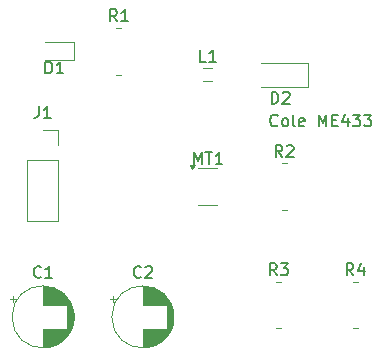
<source format=gbr>
%TF.GenerationSoftware,KiCad,Pcbnew,9.0.1*%
%TF.CreationDate,2025-05-31T16:56:00-05:00*%
%TF.ProjectId,ME 433 HW15 V1,4d452034-3333-4204-9857-31352056312e,rev?*%
%TF.SameCoordinates,Original*%
%TF.FileFunction,Legend,Top*%
%TF.FilePolarity,Positive*%
%FSLAX46Y46*%
G04 Gerber Fmt 4.6, Leading zero omitted, Abs format (unit mm)*
G04 Created by KiCad (PCBNEW 9.0.1) date 2025-05-31 16:56:00*
%MOMM*%
%LPD*%
G01*
G04 APERTURE LIST*
%ADD10C,0.150000*%
%ADD11C,0.120000*%
G04 APERTURE END LIST*
D10*
X125908207Y-68274580D02*
X125860588Y-68322200D01*
X125860588Y-68322200D02*
X125717731Y-68369819D01*
X125717731Y-68369819D02*
X125622493Y-68369819D01*
X125622493Y-68369819D02*
X125479636Y-68322200D01*
X125479636Y-68322200D02*
X125384398Y-68226961D01*
X125384398Y-68226961D02*
X125336779Y-68131723D01*
X125336779Y-68131723D02*
X125289160Y-67941247D01*
X125289160Y-67941247D02*
X125289160Y-67798390D01*
X125289160Y-67798390D02*
X125336779Y-67607914D01*
X125336779Y-67607914D02*
X125384398Y-67512676D01*
X125384398Y-67512676D02*
X125479636Y-67417438D01*
X125479636Y-67417438D02*
X125622493Y-67369819D01*
X125622493Y-67369819D02*
X125717731Y-67369819D01*
X125717731Y-67369819D02*
X125860588Y-67417438D01*
X125860588Y-67417438D02*
X125908207Y-67465057D01*
X126479636Y-68369819D02*
X126384398Y-68322200D01*
X126384398Y-68322200D02*
X126336779Y-68274580D01*
X126336779Y-68274580D02*
X126289160Y-68179342D01*
X126289160Y-68179342D02*
X126289160Y-67893628D01*
X126289160Y-67893628D02*
X126336779Y-67798390D01*
X126336779Y-67798390D02*
X126384398Y-67750771D01*
X126384398Y-67750771D02*
X126479636Y-67703152D01*
X126479636Y-67703152D02*
X126622493Y-67703152D01*
X126622493Y-67703152D02*
X126717731Y-67750771D01*
X126717731Y-67750771D02*
X126765350Y-67798390D01*
X126765350Y-67798390D02*
X126812969Y-67893628D01*
X126812969Y-67893628D02*
X126812969Y-68179342D01*
X126812969Y-68179342D02*
X126765350Y-68274580D01*
X126765350Y-68274580D02*
X126717731Y-68322200D01*
X126717731Y-68322200D02*
X126622493Y-68369819D01*
X126622493Y-68369819D02*
X126479636Y-68369819D01*
X127384398Y-68369819D02*
X127289160Y-68322200D01*
X127289160Y-68322200D02*
X127241541Y-68226961D01*
X127241541Y-68226961D02*
X127241541Y-67369819D01*
X128146303Y-68322200D02*
X128051065Y-68369819D01*
X128051065Y-68369819D02*
X127860589Y-68369819D01*
X127860589Y-68369819D02*
X127765351Y-68322200D01*
X127765351Y-68322200D02*
X127717732Y-68226961D01*
X127717732Y-68226961D02*
X127717732Y-67846009D01*
X127717732Y-67846009D02*
X127765351Y-67750771D01*
X127765351Y-67750771D02*
X127860589Y-67703152D01*
X127860589Y-67703152D02*
X128051065Y-67703152D01*
X128051065Y-67703152D02*
X128146303Y-67750771D01*
X128146303Y-67750771D02*
X128193922Y-67846009D01*
X128193922Y-67846009D02*
X128193922Y-67941247D01*
X128193922Y-67941247D02*
X127717732Y-68036485D01*
X129384399Y-68369819D02*
X129384399Y-67369819D01*
X129384399Y-67369819D02*
X129717732Y-68084104D01*
X129717732Y-68084104D02*
X130051065Y-67369819D01*
X130051065Y-67369819D02*
X130051065Y-68369819D01*
X130527256Y-67846009D02*
X130860589Y-67846009D01*
X131003446Y-68369819D02*
X130527256Y-68369819D01*
X130527256Y-68369819D02*
X130527256Y-67369819D01*
X130527256Y-67369819D02*
X131003446Y-67369819D01*
X131860589Y-67703152D02*
X131860589Y-68369819D01*
X131622494Y-67322200D02*
X131384399Y-68036485D01*
X131384399Y-68036485D02*
X132003446Y-68036485D01*
X132289161Y-67369819D02*
X132908208Y-67369819D01*
X132908208Y-67369819D02*
X132574875Y-67750771D01*
X132574875Y-67750771D02*
X132717732Y-67750771D01*
X132717732Y-67750771D02*
X132812970Y-67798390D01*
X132812970Y-67798390D02*
X132860589Y-67846009D01*
X132860589Y-67846009D02*
X132908208Y-67941247D01*
X132908208Y-67941247D02*
X132908208Y-68179342D01*
X132908208Y-68179342D02*
X132860589Y-68274580D01*
X132860589Y-68274580D02*
X132812970Y-68322200D01*
X132812970Y-68322200D02*
X132717732Y-68369819D01*
X132717732Y-68369819D02*
X132432018Y-68369819D01*
X132432018Y-68369819D02*
X132336780Y-68322200D01*
X132336780Y-68322200D02*
X132289161Y-68274580D01*
X133241542Y-67369819D02*
X133860589Y-67369819D01*
X133860589Y-67369819D02*
X133527256Y-67750771D01*
X133527256Y-67750771D02*
X133670113Y-67750771D01*
X133670113Y-67750771D02*
X133765351Y-67798390D01*
X133765351Y-67798390D02*
X133812970Y-67846009D01*
X133812970Y-67846009D02*
X133860589Y-67941247D01*
X133860589Y-67941247D02*
X133860589Y-68179342D01*
X133860589Y-68179342D02*
X133812970Y-68274580D01*
X133812970Y-68274580D02*
X133765351Y-68322200D01*
X133765351Y-68322200D02*
X133670113Y-68369819D01*
X133670113Y-68369819D02*
X133384399Y-68369819D01*
X133384399Y-68369819D02*
X133289161Y-68322200D01*
X133289161Y-68322200D02*
X133241542Y-68274580D01*
X106261905Y-63884819D02*
X106261905Y-62884819D01*
X106261905Y-62884819D02*
X106500000Y-62884819D01*
X106500000Y-62884819D02*
X106642857Y-62932438D01*
X106642857Y-62932438D02*
X106738095Y-63027676D01*
X106738095Y-63027676D02*
X106785714Y-63122914D01*
X106785714Y-63122914D02*
X106833333Y-63313390D01*
X106833333Y-63313390D02*
X106833333Y-63456247D01*
X106833333Y-63456247D02*
X106785714Y-63646723D01*
X106785714Y-63646723D02*
X106738095Y-63741961D01*
X106738095Y-63741961D02*
X106642857Y-63837200D01*
X106642857Y-63837200D02*
X106500000Y-63884819D01*
X106500000Y-63884819D02*
X106261905Y-63884819D01*
X107785714Y-63884819D02*
X107214286Y-63884819D01*
X107500000Y-63884819D02*
X107500000Y-62884819D01*
X107500000Y-62884819D02*
X107404762Y-63027676D01*
X107404762Y-63027676D02*
X107309524Y-63122914D01*
X107309524Y-63122914D02*
X107214286Y-63170533D01*
X112308333Y-59474819D02*
X111975000Y-58998628D01*
X111736905Y-59474819D02*
X111736905Y-58474819D01*
X111736905Y-58474819D02*
X112117857Y-58474819D01*
X112117857Y-58474819D02*
X112213095Y-58522438D01*
X112213095Y-58522438D02*
X112260714Y-58570057D01*
X112260714Y-58570057D02*
X112308333Y-58665295D01*
X112308333Y-58665295D02*
X112308333Y-58808152D01*
X112308333Y-58808152D02*
X112260714Y-58903390D01*
X112260714Y-58903390D02*
X112213095Y-58951009D01*
X112213095Y-58951009D02*
X112117857Y-58998628D01*
X112117857Y-58998628D02*
X111736905Y-58998628D01*
X113260714Y-59474819D02*
X112689286Y-59474819D01*
X112975000Y-59474819D02*
X112975000Y-58474819D01*
X112975000Y-58474819D02*
X112879762Y-58617676D01*
X112879762Y-58617676D02*
X112784524Y-58712914D01*
X112784524Y-58712914D02*
X112689286Y-58760533D01*
X132333333Y-80974819D02*
X132000000Y-80498628D01*
X131761905Y-80974819D02*
X131761905Y-79974819D01*
X131761905Y-79974819D02*
X132142857Y-79974819D01*
X132142857Y-79974819D02*
X132238095Y-80022438D01*
X132238095Y-80022438D02*
X132285714Y-80070057D01*
X132285714Y-80070057D02*
X132333333Y-80165295D01*
X132333333Y-80165295D02*
X132333333Y-80308152D01*
X132333333Y-80308152D02*
X132285714Y-80403390D01*
X132285714Y-80403390D02*
X132238095Y-80451009D01*
X132238095Y-80451009D02*
X132142857Y-80498628D01*
X132142857Y-80498628D02*
X131761905Y-80498628D01*
X133190476Y-80308152D02*
X133190476Y-80974819D01*
X132952381Y-79927200D02*
X132714286Y-80641485D01*
X132714286Y-80641485D02*
X133333333Y-80641485D01*
X125833333Y-80974819D02*
X125500000Y-80498628D01*
X125261905Y-80974819D02*
X125261905Y-79974819D01*
X125261905Y-79974819D02*
X125642857Y-79974819D01*
X125642857Y-79974819D02*
X125738095Y-80022438D01*
X125738095Y-80022438D02*
X125785714Y-80070057D01*
X125785714Y-80070057D02*
X125833333Y-80165295D01*
X125833333Y-80165295D02*
X125833333Y-80308152D01*
X125833333Y-80308152D02*
X125785714Y-80403390D01*
X125785714Y-80403390D02*
X125738095Y-80451009D01*
X125738095Y-80451009D02*
X125642857Y-80498628D01*
X125642857Y-80498628D02*
X125261905Y-80498628D01*
X126166667Y-79974819D02*
X126785714Y-79974819D01*
X126785714Y-79974819D02*
X126452381Y-80355771D01*
X126452381Y-80355771D02*
X126595238Y-80355771D01*
X126595238Y-80355771D02*
X126690476Y-80403390D01*
X126690476Y-80403390D02*
X126738095Y-80451009D01*
X126738095Y-80451009D02*
X126785714Y-80546247D01*
X126785714Y-80546247D02*
X126785714Y-80784342D01*
X126785714Y-80784342D02*
X126738095Y-80879580D01*
X126738095Y-80879580D02*
X126690476Y-80927200D01*
X126690476Y-80927200D02*
X126595238Y-80974819D01*
X126595238Y-80974819D02*
X126309524Y-80974819D01*
X126309524Y-80974819D02*
X126214286Y-80927200D01*
X126214286Y-80927200D02*
X126166667Y-80879580D01*
X126308333Y-70974819D02*
X125975000Y-70498628D01*
X125736905Y-70974819D02*
X125736905Y-69974819D01*
X125736905Y-69974819D02*
X126117857Y-69974819D01*
X126117857Y-69974819D02*
X126213095Y-70022438D01*
X126213095Y-70022438D02*
X126260714Y-70070057D01*
X126260714Y-70070057D02*
X126308333Y-70165295D01*
X126308333Y-70165295D02*
X126308333Y-70308152D01*
X126308333Y-70308152D02*
X126260714Y-70403390D01*
X126260714Y-70403390D02*
X126213095Y-70451009D01*
X126213095Y-70451009D02*
X126117857Y-70498628D01*
X126117857Y-70498628D02*
X125736905Y-70498628D01*
X126689286Y-70070057D02*
X126736905Y-70022438D01*
X126736905Y-70022438D02*
X126832143Y-69974819D01*
X126832143Y-69974819D02*
X127070238Y-69974819D01*
X127070238Y-69974819D02*
X127165476Y-70022438D01*
X127165476Y-70022438D02*
X127213095Y-70070057D01*
X127213095Y-70070057D02*
X127260714Y-70165295D01*
X127260714Y-70165295D02*
X127260714Y-70260533D01*
X127260714Y-70260533D02*
X127213095Y-70403390D01*
X127213095Y-70403390D02*
X126641667Y-70974819D01*
X126641667Y-70974819D02*
X127260714Y-70974819D01*
X118809524Y-71554819D02*
X118809524Y-70554819D01*
X118809524Y-70554819D02*
X119142857Y-71269104D01*
X119142857Y-71269104D02*
X119476190Y-70554819D01*
X119476190Y-70554819D02*
X119476190Y-71554819D01*
X119809524Y-70554819D02*
X120380952Y-70554819D01*
X120095238Y-71554819D02*
X120095238Y-70554819D01*
X121238095Y-71554819D02*
X120666667Y-71554819D01*
X120952381Y-71554819D02*
X120952381Y-70554819D01*
X120952381Y-70554819D02*
X120857143Y-70697676D01*
X120857143Y-70697676D02*
X120761905Y-70792914D01*
X120761905Y-70792914D02*
X120666667Y-70840533D01*
X119833333Y-62904819D02*
X119357143Y-62904819D01*
X119357143Y-62904819D02*
X119357143Y-61904819D01*
X120690476Y-62904819D02*
X120119048Y-62904819D01*
X120404762Y-62904819D02*
X120404762Y-61904819D01*
X120404762Y-61904819D02*
X120309524Y-62047676D01*
X120309524Y-62047676D02*
X120214286Y-62142914D01*
X120214286Y-62142914D02*
X120119048Y-62190533D01*
X105691666Y-66659819D02*
X105691666Y-67374104D01*
X105691666Y-67374104D02*
X105644047Y-67516961D01*
X105644047Y-67516961D02*
X105548809Y-67612200D01*
X105548809Y-67612200D02*
X105405952Y-67659819D01*
X105405952Y-67659819D02*
X105310714Y-67659819D01*
X106691666Y-67659819D02*
X106120238Y-67659819D01*
X106405952Y-67659819D02*
X106405952Y-66659819D01*
X106405952Y-66659819D02*
X106310714Y-66802676D01*
X106310714Y-66802676D02*
X106215476Y-66897914D01*
X106215476Y-66897914D02*
X106120238Y-66945533D01*
X125411905Y-66454819D02*
X125411905Y-65454819D01*
X125411905Y-65454819D02*
X125650000Y-65454819D01*
X125650000Y-65454819D02*
X125792857Y-65502438D01*
X125792857Y-65502438D02*
X125888095Y-65597676D01*
X125888095Y-65597676D02*
X125935714Y-65692914D01*
X125935714Y-65692914D02*
X125983333Y-65883390D01*
X125983333Y-65883390D02*
X125983333Y-66026247D01*
X125983333Y-66026247D02*
X125935714Y-66216723D01*
X125935714Y-66216723D02*
X125888095Y-66311961D01*
X125888095Y-66311961D02*
X125792857Y-66407200D01*
X125792857Y-66407200D02*
X125650000Y-66454819D01*
X125650000Y-66454819D02*
X125411905Y-66454819D01*
X126364286Y-65550057D02*
X126411905Y-65502438D01*
X126411905Y-65502438D02*
X126507143Y-65454819D01*
X126507143Y-65454819D02*
X126745238Y-65454819D01*
X126745238Y-65454819D02*
X126840476Y-65502438D01*
X126840476Y-65502438D02*
X126888095Y-65550057D01*
X126888095Y-65550057D02*
X126935714Y-65645295D01*
X126935714Y-65645295D02*
X126935714Y-65740533D01*
X126935714Y-65740533D02*
X126888095Y-65883390D01*
X126888095Y-65883390D02*
X126316667Y-66454819D01*
X126316667Y-66454819D02*
X126935714Y-66454819D01*
X114333333Y-81109580D02*
X114285714Y-81157200D01*
X114285714Y-81157200D02*
X114142857Y-81204819D01*
X114142857Y-81204819D02*
X114047619Y-81204819D01*
X114047619Y-81204819D02*
X113904762Y-81157200D01*
X113904762Y-81157200D02*
X113809524Y-81061961D01*
X113809524Y-81061961D02*
X113761905Y-80966723D01*
X113761905Y-80966723D02*
X113714286Y-80776247D01*
X113714286Y-80776247D02*
X113714286Y-80633390D01*
X113714286Y-80633390D02*
X113761905Y-80442914D01*
X113761905Y-80442914D02*
X113809524Y-80347676D01*
X113809524Y-80347676D02*
X113904762Y-80252438D01*
X113904762Y-80252438D02*
X114047619Y-80204819D01*
X114047619Y-80204819D02*
X114142857Y-80204819D01*
X114142857Y-80204819D02*
X114285714Y-80252438D01*
X114285714Y-80252438D02*
X114333333Y-80300057D01*
X114714286Y-80300057D02*
X114761905Y-80252438D01*
X114761905Y-80252438D02*
X114857143Y-80204819D01*
X114857143Y-80204819D02*
X115095238Y-80204819D01*
X115095238Y-80204819D02*
X115190476Y-80252438D01*
X115190476Y-80252438D02*
X115238095Y-80300057D01*
X115238095Y-80300057D02*
X115285714Y-80395295D01*
X115285714Y-80395295D02*
X115285714Y-80490533D01*
X115285714Y-80490533D02*
X115238095Y-80633390D01*
X115238095Y-80633390D02*
X114666667Y-81204819D01*
X114666667Y-81204819D02*
X115285714Y-81204819D01*
X105878221Y-81109580D02*
X105830602Y-81157200D01*
X105830602Y-81157200D02*
X105687745Y-81204819D01*
X105687745Y-81204819D02*
X105592507Y-81204819D01*
X105592507Y-81204819D02*
X105449650Y-81157200D01*
X105449650Y-81157200D02*
X105354412Y-81061961D01*
X105354412Y-81061961D02*
X105306793Y-80966723D01*
X105306793Y-80966723D02*
X105259174Y-80776247D01*
X105259174Y-80776247D02*
X105259174Y-80633390D01*
X105259174Y-80633390D02*
X105306793Y-80442914D01*
X105306793Y-80442914D02*
X105354412Y-80347676D01*
X105354412Y-80347676D02*
X105449650Y-80252438D01*
X105449650Y-80252438D02*
X105592507Y-80204819D01*
X105592507Y-80204819D02*
X105687745Y-80204819D01*
X105687745Y-80204819D02*
X105830602Y-80252438D01*
X105830602Y-80252438D02*
X105878221Y-80300057D01*
X106830602Y-81204819D02*
X106259174Y-81204819D01*
X106544888Y-81204819D02*
X106544888Y-80204819D01*
X106544888Y-80204819D02*
X106449650Y-80347676D01*
X106449650Y-80347676D02*
X106354412Y-80442914D01*
X106354412Y-80442914D02*
X106259174Y-80490533D01*
D11*
%TO.C,D1*%
X106200000Y-62735000D02*
X108660000Y-62735000D01*
X108660000Y-61265000D02*
X106200000Y-61265000D01*
X108660000Y-62735000D02*
X108660000Y-61265000D01*
%TO.C,R1*%
X112264758Y-60015000D02*
X112685242Y-60015000D01*
X112264758Y-63985000D02*
X112685242Y-63985000D01*
%TO.C,R4*%
X132289758Y-81515000D02*
X132710242Y-81515000D01*
X132289758Y-85485000D02*
X132710242Y-85485000D01*
%TO.C,R3*%
X125789758Y-81515000D02*
X126210242Y-81515000D01*
X125789758Y-85485000D02*
X126210242Y-85485000D01*
%TO.C,R2*%
X126264758Y-71515000D02*
X126685242Y-71515000D01*
X126264758Y-75485000D02*
X126685242Y-75485000D01*
%TO.C,MT1*%
X120000000Y-71940000D02*
X119200000Y-71940000D01*
X120000000Y-71940000D02*
X120800000Y-71940000D01*
X120000000Y-75060000D02*
X119200000Y-75060000D01*
X120000000Y-75060000D02*
X120800000Y-75060000D01*
X118700000Y-71990000D02*
X118460000Y-71660000D01*
X118940000Y-71660000D01*
X118700000Y-71990000D01*
G36*
X118700000Y-71990000D02*
G01*
X118460000Y-71660000D01*
X118940000Y-71660000D01*
X118700000Y-71990000D01*
G37*
%TO.C,L1*%
X119600378Y-63440000D02*
X120399622Y-63440000D01*
X119600378Y-64560000D02*
X120399622Y-64560000D01*
%TO.C,J1*%
X104695000Y-71245000D02*
X104695000Y-76385000D01*
X104695000Y-71245000D02*
X107355000Y-71245000D01*
X104695000Y-76385000D02*
X107355000Y-76385000D01*
X106025000Y-68645000D02*
X107355000Y-68645000D01*
X107355000Y-68645000D02*
X107355000Y-69975000D01*
X107355000Y-71245000D02*
X107355000Y-76385000D01*
%TO.C,D2*%
X128510000Y-65000000D02*
X128510000Y-63000000D01*
X128510000Y-65000000D02*
X124500000Y-65000000D01*
X128510000Y-63000000D02*
X124500000Y-63000000D01*
%TO.C,C2*%
X111695225Y-83025000D02*
X112195225Y-83025000D01*
X111945225Y-82775000D02*
X111945225Y-83275000D01*
X114500000Y-81920000D02*
X114500000Y-83460000D01*
X114500000Y-85540000D02*
X114500000Y-87080000D01*
X114540000Y-81920000D02*
X114540000Y-83460000D01*
X114540000Y-85540000D02*
X114540000Y-87080000D01*
X114580000Y-81921000D02*
X114580000Y-83460000D01*
X114580000Y-85540000D02*
X114580000Y-87079000D01*
X114620000Y-81923000D02*
X114620000Y-83460000D01*
X114620000Y-85540000D02*
X114620000Y-87077000D01*
X114660000Y-81925000D02*
X114660000Y-83460000D01*
X114660000Y-85540000D02*
X114660000Y-87075000D01*
X114700000Y-81928000D02*
X114700000Y-83460000D01*
X114700000Y-85540000D02*
X114700000Y-87072000D01*
X114740000Y-81931000D02*
X114740000Y-83460000D01*
X114740000Y-85540000D02*
X114740000Y-87069000D01*
X114780000Y-81935000D02*
X114780000Y-83460000D01*
X114780000Y-85540000D02*
X114780000Y-87065000D01*
X114820000Y-81940000D02*
X114820000Y-83460000D01*
X114820000Y-85540000D02*
X114820000Y-87060000D01*
X114860000Y-81945000D02*
X114860000Y-83460000D01*
X114860000Y-85540000D02*
X114860000Y-87055000D01*
X114900000Y-81951000D02*
X114900000Y-83460000D01*
X114900000Y-85540000D02*
X114900000Y-87049000D01*
X114940000Y-81957000D02*
X114940000Y-83460000D01*
X114940000Y-85540000D02*
X114940000Y-87043000D01*
X114980000Y-81964000D02*
X114980000Y-83460000D01*
X114980000Y-85540000D02*
X114980000Y-87036000D01*
X115020000Y-81972000D02*
X115020000Y-83460000D01*
X115020000Y-85540000D02*
X115020000Y-87028000D01*
X115060000Y-81981000D02*
X115060000Y-83460000D01*
X115060000Y-85540000D02*
X115060000Y-87019000D01*
X115100000Y-81990000D02*
X115100000Y-83460000D01*
X115100000Y-85540000D02*
X115100000Y-87010000D01*
X115140000Y-81999000D02*
X115140000Y-83460000D01*
X115140000Y-85540000D02*
X115140000Y-87001000D01*
X115180000Y-82010000D02*
X115180000Y-83460000D01*
X115180000Y-85540000D02*
X115180000Y-86990000D01*
X115220000Y-82021000D02*
X115220000Y-83460000D01*
X115220000Y-85540000D02*
X115220000Y-86979000D01*
X115260000Y-82033000D02*
X115260000Y-83460000D01*
X115260000Y-85540000D02*
X115260000Y-86967000D01*
X115300000Y-82045000D02*
X115300000Y-83460000D01*
X115300000Y-85540000D02*
X115300000Y-86955000D01*
X115340000Y-82058000D02*
X115340000Y-83460000D01*
X115340000Y-85540000D02*
X115340000Y-86942000D01*
X115380000Y-82072000D02*
X115380000Y-83460000D01*
X115380000Y-85540000D02*
X115380000Y-86928000D01*
X115420000Y-82087000D02*
X115420000Y-83460000D01*
X115420000Y-85540000D02*
X115420000Y-86913000D01*
X115460000Y-82102000D02*
X115460000Y-83460000D01*
X115460000Y-85540000D02*
X115460000Y-86898000D01*
X115500000Y-82118000D02*
X115500000Y-83460000D01*
X115500000Y-85540000D02*
X115500000Y-86882000D01*
X115540000Y-82135000D02*
X115540000Y-83460000D01*
X115540000Y-85540000D02*
X115540000Y-86865000D01*
X115580000Y-82153000D02*
X115580000Y-83460000D01*
X115580000Y-85540000D02*
X115580000Y-86847000D01*
X115620000Y-82171000D02*
X115620000Y-83460000D01*
X115620000Y-85540000D02*
X115620000Y-86829000D01*
X115660000Y-82191000D02*
X115660000Y-83460000D01*
X115660000Y-85540000D02*
X115660000Y-86809000D01*
X115700000Y-82211000D02*
X115700000Y-83460000D01*
X115700000Y-85540000D02*
X115700000Y-86789000D01*
X115740000Y-82232000D02*
X115740000Y-83460000D01*
X115740000Y-85540000D02*
X115740000Y-86768000D01*
X115780000Y-82254000D02*
X115780000Y-83460000D01*
X115780000Y-85540000D02*
X115780000Y-86746000D01*
X115820000Y-82277000D02*
X115820000Y-83460000D01*
X115820000Y-85540000D02*
X115820000Y-86723000D01*
X115860000Y-82301000D02*
X115860000Y-83460000D01*
X115860000Y-85540000D02*
X115860000Y-86699000D01*
X115900000Y-82325000D02*
X115900000Y-83460000D01*
X115900000Y-85540000D02*
X115900000Y-86675000D01*
X115940000Y-82351000D02*
X115940000Y-83460000D01*
X115940000Y-85540000D02*
X115940000Y-86649000D01*
X115980000Y-82378000D02*
X115980000Y-83460000D01*
X115980000Y-85540000D02*
X115980000Y-86622000D01*
X116020000Y-82406000D02*
X116020000Y-83460000D01*
X116020000Y-85540000D02*
X116020000Y-86594000D01*
X116060000Y-82435000D02*
X116060000Y-83460000D01*
X116060000Y-85540000D02*
X116060000Y-86565000D01*
X116100000Y-82465000D02*
X116100000Y-83460000D01*
X116100000Y-85540000D02*
X116100000Y-86535000D01*
X116140000Y-82497000D02*
X116140000Y-83460000D01*
X116140000Y-85540000D02*
X116140000Y-86503000D01*
X116180000Y-82530000D02*
X116180000Y-83460000D01*
X116180000Y-85540000D02*
X116180000Y-86470000D01*
X116220000Y-82564000D02*
X116220000Y-83460000D01*
X116220000Y-85540000D02*
X116220000Y-86436000D01*
X116260000Y-82599000D02*
X116260000Y-83460000D01*
X116260000Y-85540000D02*
X116260000Y-86401000D01*
X116300000Y-82636000D02*
X116300000Y-83460000D01*
X116300000Y-85540000D02*
X116300000Y-86364000D01*
X116340000Y-82675000D02*
X116340000Y-83460000D01*
X116340000Y-85540000D02*
X116340000Y-86325000D01*
X116380000Y-82715000D02*
X116380000Y-83460000D01*
X116380000Y-85540000D02*
X116380000Y-86285000D01*
X116420000Y-82757000D02*
X116420000Y-83460000D01*
X116420000Y-85540000D02*
X116420000Y-86243000D01*
X116460000Y-82801000D02*
X116460000Y-83460000D01*
X116460000Y-85540000D02*
X116460000Y-86199000D01*
X116500000Y-82848000D02*
X116500000Y-83460000D01*
X116500000Y-85540000D02*
X116500000Y-86152000D01*
X116540000Y-82896000D02*
X116540000Y-86104000D01*
X116580000Y-82947000D02*
X116580000Y-86053000D01*
X116620000Y-83001000D02*
X116620000Y-85999000D01*
X116660000Y-83057000D02*
X116660000Y-85943000D01*
X116700000Y-83117000D02*
X116700000Y-85883000D01*
X116740000Y-83181000D02*
X116740000Y-85819000D01*
X116780000Y-83249000D02*
X116780000Y-85751000D01*
X116820000Y-83323000D02*
X116820000Y-85677000D01*
X116860000Y-83402000D02*
X116860000Y-85598000D01*
X116900000Y-83489000D02*
X116900000Y-85511000D01*
X116940000Y-83586000D02*
X116940000Y-85414000D01*
X116980000Y-83695000D02*
X116980000Y-85305000D01*
X117020000Y-83823000D02*
X117020000Y-85177000D01*
X117060000Y-83983000D02*
X117060000Y-85017000D01*
X117100000Y-84217000D02*
X117100000Y-84783000D01*
X117120000Y-84500000D02*
G75*
G02*
X111880000Y-84500000I-2620000J0D01*
G01*
X111880000Y-84500000D02*
G75*
G02*
X117120000Y-84500000I2620000J0D01*
G01*
%TO.C,C1*%
X103240113Y-83025000D02*
X103740113Y-83025000D01*
X103490113Y-82775000D02*
X103490113Y-83275000D01*
X106044888Y-81920000D02*
X106044888Y-83460000D01*
X106044888Y-85540000D02*
X106044888Y-87080000D01*
X106084888Y-81920000D02*
X106084888Y-83460000D01*
X106084888Y-85540000D02*
X106084888Y-87080000D01*
X106124888Y-81921000D02*
X106124888Y-83460000D01*
X106124888Y-85540000D02*
X106124888Y-87079000D01*
X106164888Y-81923000D02*
X106164888Y-83460000D01*
X106164888Y-85540000D02*
X106164888Y-87077000D01*
X106204888Y-81925000D02*
X106204888Y-83460000D01*
X106204888Y-85540000D02*
X106204888Y-87075000D01*
X106244888Y-81928000D02*
X106244888Y-83460000D01*
X106244888Y-85540000D02*
X106244888Y-87072000D01*
X106284888Y-81931000D02*
X106284888Y-83460000D01*
X106284888Y-85540000D02*
X106284888Y-87069000D01*
X106324888Y-81935000D02*
X106324888Y-83460000D01*
X106324888Y-85540000D02*
X106324888Y-87065000D01*
X106364888Y-81940000D02*
X106364888Y-83460000D01*
X106364888Y-85540000D02*
X106364888Y-87060000D01*
X106404888Y-81945000D02*
X106404888Y-83460000D01*
X106404888Y-85540000D02*
X106404888Y-87055000D01*
X106444888Y-81951000D02*
X106444888Y-83460000D01*
X106444888Y-85540000D02*
X106444888Y-87049000D01*
X106484888Y-81957000D02*
X106484888Y-83460000D01*
X106484888Y-85540000D02*
X106484888Y-87043000D01*
X106524888Y-81964000D02*
X106524888Y-83460000D01*
X106524888Y-85540000D02*
X106524888Y-87036000D01*
X106564888Y-81972000D02*
X106564888Y-83460000D01*
X106564888Y-85540000D02*
X106564888Y-87028000D01*
X106604888Y-81981000D02*
X106604888Y-83460000D01*
X106604888Y-85540000D02*
X106604888Y-87019000D01*
X106644888Y-81990000D02*
X106644888Y-83460000D01*
X106644888Y-85540000D02*
X106644888Y-87010000D01*
X106684888Y-81999000D02*
X106684888Y-83460000D01*
X106684888Y-85540000D02*
X106684888Y-87001000D01*
X106724888Y-82010000D02*
X106724888Y-83460000D01*
X106724888Y-85540000D02*
X106724888Y-86990000D01*
X106764888Y-82021000D02*
X106764888Y-83460000D01*
X106764888Y-85540000D02*
X106764888Y-86979000D01*
X106804888Y-82033000D02*
X106804888Y-83460000D01*
X106804888Y-85540000D02*
X106804888Y-86967000D01*
X106844888Y-82045000D02*
X106844888Y-83460000D01*
X106844888Y-85540000D02*
X106844888Y-86955000D01*
X106884888Y-82058000D02*
X106884888Y-83460000D01*
X106884888Y-85540000D02*
X106884888Y-86942000D01*
X106924888Y-82072000D02*
X106924888Y-83460000D01*
X106924888Y-85540000D02*
X106924888Y-86928000D01*
X106964888Y-82087000D02*
X106964888Y-83460000D01*
X106964888Y-85540000D02*
X106964888Y-86913000D01*
X107004888Y-82102000D02*
X107004888Y-83460000D01*
X107004888Y-85540000D02*
X107004888Y-86898000D01*
X107044888Y-82118000D02*
X107044888Y-83460000D01*
X107044888Y-85540000D02*
X107044888Y-86882000D01*
X107084888Y-82135000D02*
X107084888Y-83460000D01*
X107084888Y-85540000D02*
X107084888Y-86865000D01*
X107124888Y-82153000D02*
X107124888Y-83460000D01*
X107124888Y-85540000D02*
X107124888Y-86847000D01*
X107164888Y-82171000D02*
X107164888Y-83460000D01*
X107164888Y-85540000D02*
X107164888Y-86829000D01*
X107204888Y-82191000D02*
X107204888Y-83460000D01*
X107204888Y-85540000D02*
X107204888Y-86809000D01*
X107244888Y-82211000D02*
X107244888Y-83460000D01*
X107244888Y-85540000D02*
X107244888Y-86789000D01*
X107284888Y-82232000D02*
X107284888Y-83460000D01*
X107284888Y-85540000D02*
X107284888Y-86768000D01*
X107324888Y-82254000D02*
X107324888Y-83460000D01*
X107324888Y-85540000D02*
X107324888Y-86746000D01*
X107364888Y-82277000D02*
X107364888Y-83460000D01*
X107364888Y-85540000D02*
X107364888Y-86723000D01*
X107404888Y-82301000D02*
X107404888Y-83460000D01*
X107404888Y-85540000D02*
X107404888Y-86699000D01*
X107444888Y-82325000D02*
X107444888Y-83460000D01*
X107444888Y-85540000D02*
X107444888Y-86675000D01*
X107484888Y-82351000D02*
X107484888Y-83460000D01*
X107484888Y-85540000D02*
X107484888Y-86649000D01*
X107524888Y-82378000D02*
X107524888Y-83460000D01*
X107524888Y-85540000D02*
X107524888Y-86622000D01*
X107564888Y-82406000D02*
X107564888Y-83460000D01*
X107564888Y-85540000D02*
X107564888Y-86594000D01*
X107604888Y-82435000D02*
X107604888Y-83460000D01*
X107604888Y-85540000D02*
X107604888Y-86565000D01*
X107644888Y-82465000D02*
X107644888Y-83460000D01*
X107644888Y-85540000D02*
X107644888Y-86535000D01*
X107684888Y-82497000D02*
X107684888Y-83460000D01*
X107684888Y-85540000D02*
X107684888Y-86503000D01*
X107724888Y-82530000D02*
X107724888Y-83460000D01*
X107724888Y-85540000D02*
X107724888Y-86470000D01*
X107764888Y-82564000D02*
X107764888Y-83460000D01*
X107764888Y-85540000D02*
X107764888Y-86436000D01*
X107804888Y-82599000D02*
X107804888Y-83460000D01*
X107804888Y-85540000D02*
X107804888Y-86401000D01*
X107844888Y-82636000D02*
X107844888Y-83460000D01*
X107844888Y-85540000D02*
X107844888Y-86364000D01*
X107884888Y-82675000D02*
X107884888Y-83460000D01*
X107884888Y-85540000D02*
X107884888Y-86325000D01*
X107924888Y-82715000D02*
X107924888Y-83460000D01*
X107924888Y-85540000D02*
X107924888Y-86285000D01*
X107964888Y-82757000D02*
X107964888Y-83460000D01*
X107964888Y-85540000D02*
X107964888Y-86243000D01*
X108004888Y-82801000D02*
X108004888Y-83460000D01*
X108004888Y-85540000D02*
X108004888Y-86199000D01*
X108044888Y-82848000D02*
X108044888Y-83460000D01*
X108044888Y-85540000D02*
X108044888Y-86152000D01*
X108084888Y-82896000D02*
X108084888Y-86104000D01*
X108124888Y-82947000D02*
X108124888Y-86053000D01*
X108164888Y-83001000D02*
X108164888Y-85999000D01*
X108204888Y-83057000D02*
X108204888Y-85943000D01*
X108244888Y-83117000D02*
X108244888Y-85883000D01*
X108284888Y-83181000D02*
X108284888Y-85819000D01*
X108324888Y-83249000D02*
X108324888Y-85751000D01*
X108364888Y-83323000D02*
X108364888Y-85677000D01*
X108404888Y-83402000D02*
X108404888Y-85598000D01*
X108444888Y-83489000D02*
X108444888Y-85511000D01*
X108484888Y-83586000D02*
X108484888Y-85414000D01*
X108524888Y-83695000D02*
X108524888Y-85305000D01*
X108564888Y-83823000D02*
X108564888Y-85177000D01*
X108604888Y-83983000D02*
X108604888Y-85017000D01*
X108644888Y-84217000D02*
X108644888Y-84783000D01*
X108664888Y-84500000D02*
G75*
G02*
X103424888Y-84500000I-2620000J0D01*
G01*
X103424888Y-84500000D02*
G75*
G02*
X108664888Y-84500000I2620000J0D01*
G01*
%TD*%
M02*

</source>
